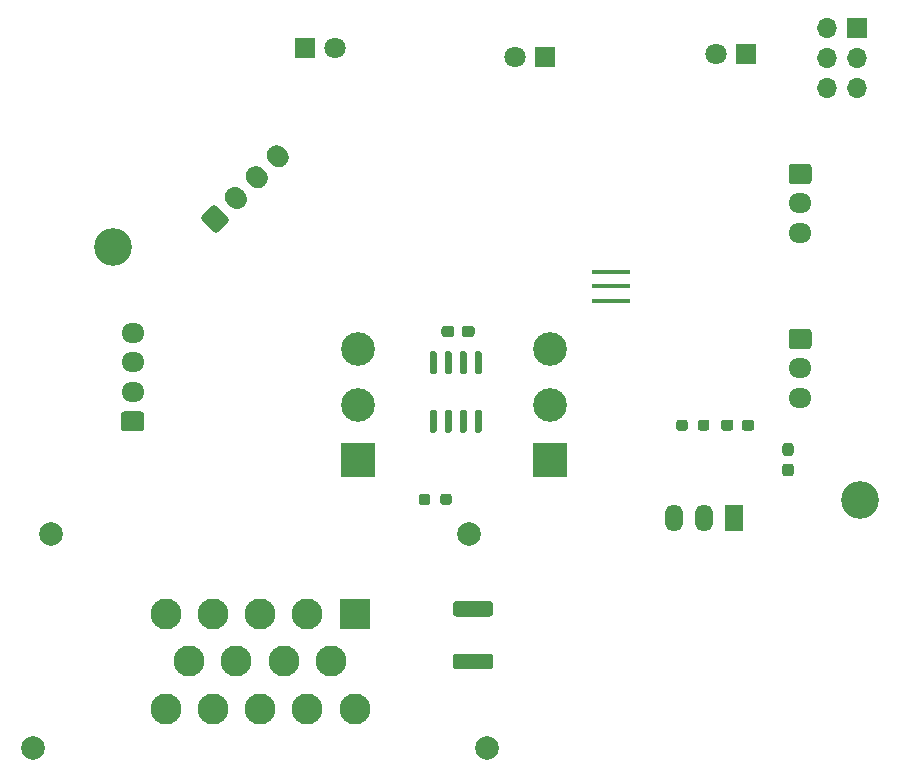
<source format=gbr>
G04 #@! TF.GenerationSoftware,KiCad,Pcbnew,5.1.7-a382d34a8~88~ubuntu18.04.1*
G04 #@! TF.CreationDate,2021-02-25T09:37:14-05:00*
G04 #@! TF.ProjectId,Dash_Right,44617368-5f52-4696-9768-742e6b696361,rev?*
G04 #@! TF.SameCoordinates,Original*
G04 #@! TF.FileFunction,Soldermask,Bot*
G04 #@! TF.FilePolarity,Negative*
%FSLAX46Y46*%
G04 Gerber Fmt 4.6, Leading zero omitted, Abs format (unit mm)*
G04 Created by KiCad (PCBNEW 5.1.7-a382d34a8~88~ubuntu18.04.1) date 2021-02-25 09:37:14*
%MOMM*%
%LPD*%
G01*
G04 APERTURE LIST*
%ADD10C,2.000000*%
%ADD11C,2.625000*%
%ADD12R,2.625000X2.625000*%
%ADD13O,1.700000X1.700000*%
%ADD14R,1.700000X1.700000*%
%ADD15R,3.200000X0.400000*%
%ADD16O,1.500000X2.300000*%
%ADD17R,1.500000X2.300000*%
%ADD18R,2.850000X2.850000*%
%ADD19C,2.850000*%
%ADD20O,1.950000X1.700000*%
%ADD21C,3.200000*%
%ADD22C,1.800000*%
%ADD23R,1.800000X1.800000*%
G04 APERTURE END LIST*
D10*
X132184000Y-118044000D03*
X170584000Y-118044000D03*
X133684000Y-99944000D03*
X169084000Y-99944000D03*
D11*
X143384000Y-114744000D03*
X147384000Y-114744000D03*
X151384000Y-114744000D03*
X155384000Y-114744000D03*
X159384000Y-114744000D03*
X145384000Y-110744000D03*
X149384000Y-110744000D03*
X153384000Y-110744000D03*
X157384000Y-110744000D03*
X143384000Y-106744000D03*
X147384000Y-106744000D03*
X151384000Y-106744000D03*
X155384000Y-106744000D03*
D12*
X159384000Y-106744000D03*
D13*
X199390000Y-62230000D03*
X201930000Y-62230000D03*
X199390000Y-59690000D03*
X201930000Y-59690000D03*
X199390000Y-57150000D03*
D14*
X201930000Y-57150000D03*
G36*
G01*
X165902500Y-89447500D02*
X166202500Y-89447500D01*
G75*
G02*
X166352500Y-89597500I0J-150000D01*
G01*
X166352500Y-91247500D01*
G75*
G02*
X166202500Y-91397500I-150000J0D01*
G01*
X165902500Y-91397500D01*
G75*
G02*
X165752500Y-91247500I0J150000D01*
G01*
X165752500Y-89597500D01*
G75*
G02*
X165902500Y-89447500I150000J0D01*
G01*
G37*
G36*
G01*
X167172500Y-89447500D02*
X167472500Y-89447500D01*
G75*
G02*
X167622500Y-89597500I0J-150000D01*
G01*
X167622500Y-91247500D01*
G75*
G02*
X167472500Y-91397500I-150000J0D01*
G01*
X167172500Y-91397500D01*
G75*
G02*
X167022500Y-91247500I0J150000D01*
G01*
X167022500Y-89597500D01*
G75*
G02*
X167172500Y-89447500I150000J0D01*
G01*
G37*
G36*
G01*
X168442500Y-89447500D02*
X168742500Y-89447500D01*
G75*
G02*
X168892500Y-89597500I0J-150000D01*
G01*
X168892500Y-91247500D01*
G75*
G02*
X168742500Y-91397500I-150000J0D01*
G01*
X168442500Y-91397500D01*
G75*
G02*
X168292500Y-91247500I0J150000D01*
G01*
X168292500Y-89597500D01*
G75*
G02*
X168442500Y-89447500I150000J0D01*
G01*
G37*
G36*
G01*
X169712500Y-89447500D02*
X170012500Y-89447500D01*
G75*
G02*
X170162500Y-89597500I0J-150000D01*
G01*
X170162500Y-91247500D01*
G75*
G02*
X170012500Y-91397500I-150000J0D01*
G01*
X169712500Y-91397500D01*
G75*
G02*
X169562500Y-91247500I0J150000D01*
G01*
X169562500Y-89597500D01*
G75*
G02*
X169712500Y-89447500I150000J0D01*
G01*
G37*
G36*
G01*
X169712500Y-84497500D02*
X170012500Y-84497500D01*
G75*
G02*
X170162500Y-84647500I0J-150000D01*
G01*
X170162500Y-86297500D01*
G75*
G02*
X170012500Y-86447500I-150000J0D01*
G01*
X169712500Y-86447500D01*
G75*
G02*
X169562500Y-86297500I0J150000D01*
G01*
X169562500Y-84647500D01*
G75*
G02*
X169712500Y-84497500I150000J0D01*
G01*
G37*
G36*
G01*
X168442500Y-84497500D02*
X168742500Y-84497500D01*
G75*
G02*
X168892500Y-84647500I0J-150000D01*
G01*
X168892500Y-86297500D01*
G75*
G02*
X168742500Y-86447500I-150000J0D01*
G01*
X168442500Y-86447500D01*
G75*
G02*
X168292500Y-86297500I0J150000D01*
G01*
X168292500Y-84647500D01*
G75*
G02*
X168442500Y-84497500I150000J0D01*
G01*
G37*
G36*
G01*
X167172500Y-84497500D02*
X167472500Y-84497500D01*
G75*
G02*
X167622500Y-84647500I0J-150000D01*
G01*
X167622500Y-86297500D01*
G75*
G02*
X167472500Y-86447500I-150000J0D01*
G01*
X167172500Y-86447500D01*
G75*
G02*
X167022500Y-86297500I0J150000D01*
G01*
X167022500Y-84647500D01*
G75*
G02*
X167172500Y-84497500I150000J0D01*
G01*
G37*
G36*
G01*
X165902500Y-84497500D02*
X166202500Y-84497500D01*
G75*
G02*
X166352500Y-84647500I0J-150000D01*
G01*
X166352500Y-86297500D01*
G75*
G02*
X166202500Y-86447500I-150000J0D01*
G01*
X165902500Y-86447500D01*
G75*
G02*
X165752500Y-86297500I0J150000D01*
G01*
X165752500Y-84647500D01*
G75*
G02*
X165902500Y-84497500I150000J0D01*
G01*
G37*
D15*
X181102000Y-80194000D03*
X181102000Y-78994000D03*
X181102000Y-77794000D03*
D16*
X186436000Y-98615500D03*
X188976000Y-98615500D03*
D17*
X191516000Y-98615500D03*
D18*
X159639000Y-93726000D03*
D19*
X159639000Y-89026000D03*
X159639000Y-84326000D03*
D18*
X175895000Y-93727000D03*
D19*
X175895000Y-89027000D03*
X175895000Y-84327000D03*
G36*
G01*
X166644500Y-97265500D02*
X166644500Y-96790500D01*
G75*
G02*
X166882000Y-96553000I237500J0D01*
G01*
X167382000Y-96553000D01*
G75*
G02*
X167619500Y-96790500I0J-237500D01*
G01*
X167619500Y-97265500D01*
G75*
G02*
X167382000Y-97503000I-237500J0D01*
G01*
X166882000Y-97503000D01*
G75*
G02*
X166644500Y-97265500I0J237500D01*
G01*
G37*
G36*
G01*
X164819500Y-97265500D02*
X164819500Y-96790500D01*
G75*
G02*
X165057000Y-96553000I237500J0D01*
G01*
X165557000Y-96553000D01*
G75*
G02*
X165794500Y-96790500I0J-237500D01*
G01*
X165794500Y-97265500D01*
G75*
G02*
X165557000Y-97503000I-237500J0D01*
G01*
X165057000Y-97503000D01*
G75*
G02*
X164819500Y-97265500I0J237500D01*
G01*
G37*
G36*
G01*
X187598500Y-90504000D02*
X187598500Y-90979000D01*
G75*
G02*
X187361000Y-91216500I-237500J0D01*
G01*
X186861000Y-91216500D01*
G75*
G02*
X186623500Y-90979000I0J237500D01*
G01*
X186623500Y-90504000D01*
G75*
G02*
X186861000Y-90266500I237500J0D01*
G01*
X187361000Y-90266500D01*
G75*
G02*
X187598500Y-90504000I0J-237500D01*
G01*
G37*
G36*
G01*
X189423500Y-90504000D02*
X189423500Y-90979000D01*
G75*
G02*
X189186000Y-91216500I-237500J0D01*
G01*
X188686000Y-91216500D01*
G75*
G02*
X188448500Y-90979000I0J237500D01*
G01*
X188448500Y-90504000D01*
G75*
G02*
X188686000Y-90266500I237500J0D01*
G01*
X189186000Y-90266500D01*
G75*
G02*
X189423500Y-90504000I0J-237500D01*
G01*
G37*
D20*
X140589000Y-82924000D03*
X140589000Y-85424000D03*
X140589000Y-87924000D03*
G36*
G01*
X141314000Y-91274000D02*
X139864000Y-91274000D01*
G75*
G02*
X139614000Y-91024000I0J250000D01*
G01*
X139614000Y-89824000D01*
G75*
G02*
X139864000Y-89574000I250000J0D01*
G01*
X141314000Y-89574000D01*
G75*
G02*
X141564000Y-89824000I0J-250000D01*
G01*
X141564000Y-91024000D01*
G75*
G02*
X141314000Y-91274000I-250000J0D01*
G01*
G37*
X197104000Y-88439000D03*
X197104000Y-85939000D03*
G36*
G01*
X196379000Y-82589000D02*
X197829000Y-82589000D01*
G75*
G02*
X198079000Y-82839000I0J-250000D01*
G01*
X198079000Y-84039000D01*
G75*
G02*
X197829000Y-84289000I-250000J0D01*
G01*
X196379000Y-84289000D01*
G75*
G02*
X196129000Y-84039000I0J250000D01*
G01*
X196129000Y-82839000D01*
G75*
G02*
X196379000Y-82589000I250000J0D01*
G01*
G37*
X197104000Y-74469000D03*
X197104000Y-71969000D03*
G36*
G01*
X196379000Y-68619000D02*
X197829000Y-68619000D01*
G75*
G02*
X198079000Y-68869000I0J-250000D01*
G01*
X198079000Y-70069000D01*
G75*
G02*
X197829000Y-70319000I-250000J0D01*
G01*
X196379000Y-70319000D01*
G75*
G02*
X196129000Y-70069000I0J250000D01*
G01*
X196129000Y-68869000D01*
G75*
G02*
X196379000Y-68619000I250000J0D01*
G01*
G37*
G36*
G01*
X152364648Y-68665128D02*
X152187872Y-68488352D01*
G75*
G02*
X152187872Y-67286270I601041J601041D01*
G01*
X152187872Y-67286270D01*
G75*
G02*
X153389954Y-67286270I601041J-601041D01*
G01*
X153566730Y-67463046D01*
G75*
G02*
X153566730Y-68665128I-601041J-601041D01*
G01*
X153566730Y-68665128D01*
G75*
G02*
X152364648Y-68665128I-601041J601041D01*
G01*
G37*
G36*
G01*
X150596881Y-70432895D02*
X150420105Y-70256119D01*
G75*
G02*
X150420105Y-69054037I601041J601041D01*
G01*
X150420105Y-69054037D01*
G75*
G02*
X151622187Y-69054037I601041J-601041D01*
G01*
X151798963Y-69230813D01*
G75*
G02*
X151798963Y-70432895I-601041J-601041D01*
G01*
X151798963Y-70432895D01*
G75*
G02*
X150596881Y-70432895I-601041J601041D01*
G01*
G37*
G36*
G01*
X148829114Y-72200662D02*
X148652338Y-72023886D01*
G75*
G02*
X148652338Y-70821804I601041J601041D01*
G01*
X148652338Y-70821804D01*
G75*
G02*
X149854420Y-70821804I601041J-601041D01*
G01*
X150031196Y-70998580D01*
G75*
G02*
X150031196Y-72200662I-601041J-601041D01*
G01*
X150031196Y-72200662D01*
G75*
G02*
X148829114Y-72200662I-601041J601041D01*
G01*
G37*
G36*
G01*
X147485611Y-74392693D02*
X146460307Y-73367389D01*
G75*
G02*
X146460307Y-73013835I176777J176777D01*
G01*
X147308835Y-72165307D01*
G75*
G02*
X147662389Y-72165307I176777J-176777D01*
G01*
X148687693Y-73190611D01*
G75*
G02*
X148687693Y-73544165I-176777J-176777D01*
G01*
X147839165Y-74392693D01*
G75*
G02*
X147485611Y-74392693I-176777J176777D01*
G01*
G37*
D21*
X202184000Y-97091500D03*
X138938000Y-75692000D03*
G36*
G01*
X167968000Y-110094000D02*
X170868000Y-110094000D01*
G75*
G02*
X171118000Y-110344000I0J-250000D01*
G01*
X171118000Y-111144000D01*
G75*
G02*
X170868000Y-111394000I-250000J0D01*
G01*
X167968000Y-111394000D01*
G75*
G02*
X167718000Y-111144000I0J250000D01*
G01*
X167718000Y-110344000D01*
G75*
G02*
X167968000Y-110094000I250000J0D01*
G01*
G37*
G36*
G01*
X167968000Y-105644000D02*
X170868000Y-105644000D01*
G75*
G02*
X171118000Y-105894000I0J-250000D01*
G01*
X171118000Y-106694000D01*
G75*
G02*
X170868000Y-106944000I-250000J0D01*
G01*
X167968000Y-106944000D01*
G75*
G02*
X167718000Y-106694000I0J250000D01*
G01*
X167718000Y-105894000D01*
G75*
G02*
X167968000Y-105644000I250000J0D01*
G01*
G37*
D22*
X189992000Y-59334400D03*
D23*
X192532000Y-59334400D03*
D22*
X157734000Y-58801000D03*
D23*
X155194000Y-58801000D03*
D22*
X172974000Y-59537600D03*
D23*
X175514000Y-59537600D03*
G36*
G01*
X191469500Y-90504000D02*
X191469500Y-90979000D01*
G75*
G02*
X191232000Y-91216500I-237500J0D01*
G01*
X190657000Y-91216500D01*
G75*
G02*
X190419500Y-90979000I0J237500D01*
G01*
X190419500Y-90504000D01*
G75*
G02*
X190657000Y-90266500I237500J0D01*
G01*
X191232000Y-90266500D01*
G75*
G02*
X191469500Y-90504000I0J-237500D01*
G01*
G37*
G36*
G01*
X193219500Y-90504000D02*
X193219500Y-90979000D01*
G75*
G02*
X192982000Y-91216500I-237500J0D01*
G01*
X192407000Y-91216500D01*
G75*
G02*
X192169500Y-90979000I0J237500D01*
G01*
X192169500Y-90504000D01*
G75*
G02*
X192407000Y-90266500I237500J0D01*
G01*
X192982000Y-90266500D01*
G75*
G02*
X193219500Y-90504000I0J-237500D01*
G01*
G37*
G36*
G01*
X167823000Y-82566500D02*
X167823000Y-83041500D01*
G75*
G02*
X167585500Y-83279000I-237500J0D01*
G01*
X166985500Y-83279000D01*
G75*
G02*
X166748000Y-83041500I0J237500D01*
G01*
X166748000Y-82566500D01*
G75*
G02*
X166985500Y-82329000I237500J0D01*
G01*
X167585500Y-82329000D01*
G75*
G02*
X167823000Y-82566500I0J-237500D01*
G01*
G37*
G36*
G01*
X169548000Y-82566500D02*
X169548000Y-83041500D01*
G75*
G02*
X169310500Y-83279000I-237500J0D01*
G01*
X168710500Y-83279000D01*
G75*
G02*
X168473000Y-83041500I0J237500D01*
G01*
X168473000Y-82566500D01*
G75*
G02*
X168710500Y-82329000I237500J0D01*
G01*
X169310500Y-82329000D01*
G75*
G02*
X169548000Y-82566500I0J-237500D01*
G01*
G37*
G36*
G01*
X196325500Y-93337500D02*
X195850500Y-93337500D01*
G75*
G02*
X195613000Y-93100000I0J237500D01*
G01*
X195613000Y-92500000D01*
G75*
G02*
X195850500Y-92262500I237500J0D01*
G01*
X196325500Y-92262500D01*
G75*
G02*
X196563000Y-92500000I0J-237500D01*
G01*
X196563000Y-93100000D01*
G75*
G02*
X196325500Y-93337500I-237500J0D01*
G01*
G37*
G36*
G01*
X196325500Y-95062500D02*
X195850500Y-95062500D01*
G75*
G02*
X195613000Y-94825000I0J237500D01*
G01*
X195613000Y-94225000D01*
G75*
G02*
X195850500Y-93987500I237500J0D01*
G01*
X196325500Y-93987500D01*
G75*
G02*
X196563000Y-94225000I0J-237500D01*
G01*
X196563000Y-94825000D01*
G75*
G02*
X196325500Y-95062500I-237500J0D01*
G01*
G37*
M02*

</source>
